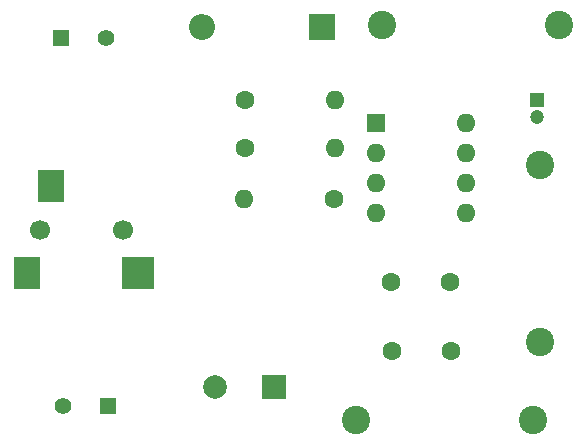
<source format=gbr>
%TF.GenerationSoftware,KiCad,Pcbnew,7.0.6*%
%TF.CreationDate,2023-11-28T22:22:29+05:30*%
%TF.ProjectId,LM386_Board,4c4d3338-365f-4426-9f61-72642e6b6963,v01*%
%TF.SameCoordinates,Original*%
%TF.FileFunction,Soldermask,Top*%
%TF.FilePolarity,Negative*%
%FSLAX46Y46*%
G04 Gerber Fmt 4.6, Leading zero omitted, Abs format (unit mm)*
G04 Created by KiCad (PCBNEW 7.0.6) date 2023-11-28 22:22:29*
%MOMM*%
%LPD*%
G01*
G04 APERTURE LIST*
%ADD10R,2.200000X2.200000*%
%ADD11O,2.200000X2.200000*%
%ADD12R,1.600000X1.600000*%
%ADD13O,1.600000X1.600000*%
%ADD14C,1.600000*%
%ADD15R,1.400000X1.400000*%
%ADD16C,1.400000*%
%ADD17C,2.400000*%
%ADD18C,1.700000*%
%ADD19R,2.200000X2.800000*%
%ADD20R,2.800000X2.800000*%
%ADD21R,1.200000X1.200000*%
%ADD22C,1.200000*%
%ADD23R,2.000000X2.000000*%
%ADD24C,2.000000*%
G04 APERTURE END LIST*
D10*
%TO.C,D1*%
X158953200Y-88493600D03*
D11*
X148793200Y-88493600D03*
%TD*%
D12*
%TO.C,U1*%
X163484400Y-96631600D03*
D13*
X163484400Y-99171600D03*
X163484400Y-101711600D03*
X163484400Y-104251600D03*
X171104400Y-104251600D03*
X171104400Y-101711600D03*
X171104400Y-99171600D03*
X171104400Y-96631600D03*
%TD*%
D14*
%TO.C,R1*%
X152400000Y-94654400D03*
D13*
X160020000Y-94654400D03*
%TD*%
D14*
%TO.C,R3*%
X159961000Y-103102400D03*
D13*
X152341000Y-103102400D03*
%TD*%
D15*
%TO.C,J3*%
X140843000Y-120605000D03*
D16*
X137033000Y-120605000D03*
%TD*%
D17*
%TO.C,C5*%
X176791000Y-121793000D03*
X161791000Y-121793000D03*
%TD*%
D14*
%TO.C,C4*%
X164886000Y-115951000D03*
X169886000Y-115951000D03*
%TD*%
%TO.C,C7*%
X164759000Y-110109000D03*
X169759000Y-110109000D03*
%TD*%
D15*
%TO.C,J2*%
X136880600Y-89453000D03*
D16*
X140690600Y-89453000D03*
%TD*%
D18*
%TO.C,J1*%
X135066400Y-105664000D03*
X142066400Y-105664000D03*
D19*
X135966400Y-101964000D03*
X133966400Y-109364000D03*
D20*
X143366400Y-109364000D03*
%TD*%
D21*
%TO.C,C2*%
X177165000Y-94654401D03*
D22*
X177165000Y-96154401D03*
%TD*%
D14*
%TO.C,R2*%
X152400000Y-98704400D03*
D13*
X160020000Y-98704400D03*
%TD*%
D23*
%TO.C,C3*%
X154860000Y-118999000D03*
D24*
X149860000Y-118999000D03*
%TD*%
D17*
%TO.C,C6*%
X164019200Y-88290400D03*
X179019200Y-88290400D03*
%TD*%
%TO.C,C1*%
X177412000Y-100196000D03*
X177412000Y-115196000D03*
%TD*%
M02*

</source>
